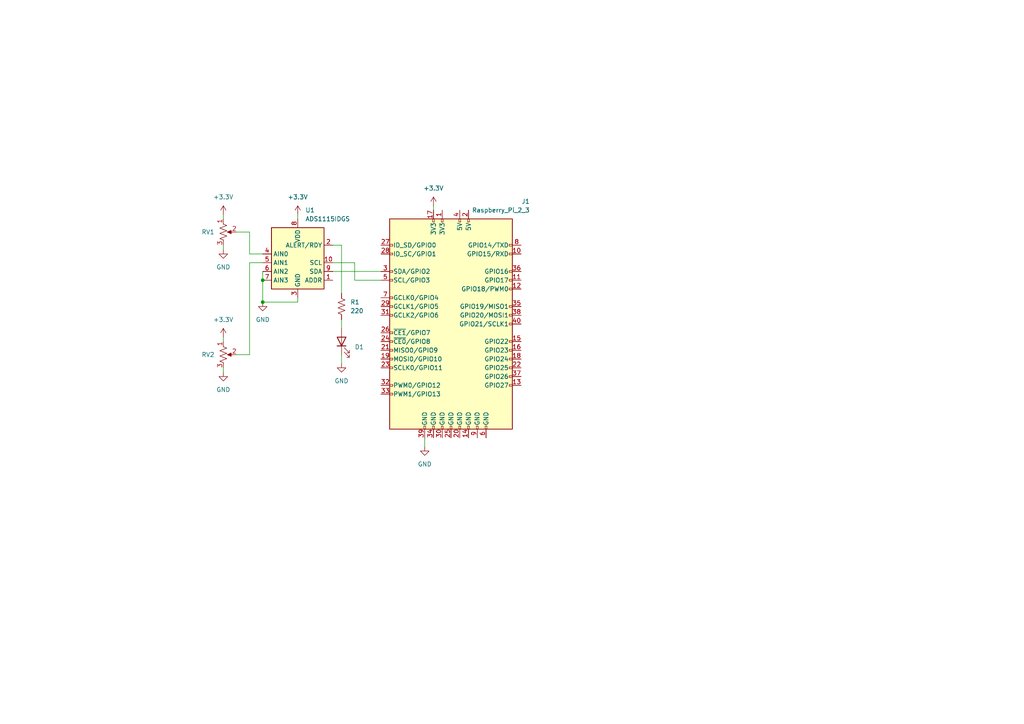
<source format=kicad_sch>
(kicad_sch (version 20230121) (generator eeschema)
  (paper "A4")
  (lib_symbols
    (symbol "Analog_ADC:ADS1115IDGS"
      (property "Reference" "U" (at 2.54 13.97 0))
      (property "Value" "ADS1115IDGS" (at 7.62 11.43 0))
      (symbol "ADS1115IDGS_0_1"
        (rectangle (start -7.62 10.16) (end 7.62 -7.62) (stroke (width 0.254)) (fill (type background)))
      )
      (symbol "ADS1115IDGS_1_1"
        (pin input line (at 10.16 -5.08 180) (length 2.54) (name "ADDR") (number "1"))
        (pin input line (at 10.16 0 180) (length 2.54) (name "SCL") (number "10"))
        (pin output line (at 10.16 5.08 180) (length 2.54) (name "ALERT/RDY") (number "2"))
        (pin power_in line (at 0 -10.16 90) (length 2.54) (name "GND") (number "3"))
        (pin input line (at -10.16 2.54 0) (length 2.54) (name "AIN0") (number "4"))
        (pin input line (at -10.16 0 0) (length 2.54) (name "AIN1") (number "5"))
        (pin input line (at -10.16 -2.54 0) (length 2.54) (name "AIN2") (number "6"))
        (pin input line (at -10.16 -5.08 0) (length 2.54) (name "AIN3") (number "7"))
        (pin power_in line (at 0 12.7 270) (length 2.54) (name "VDD") (number "8"))
        (pin bidirectional line (at 10.16 -2.54 180) (length 2.54) (name "SDA") (number "9"))
      )
    )
    (symbol "Connector:Raspberry_Pi_2_3" (pin_names (offset 1.016))
      (property "Reference" "J" (at -17.78 31.75 0))
      (property "Value" "Raspberry_Pi_2_3" (at 10.16 -31.75 0))
      (symbol "Raspberry_Pi_2_3_0_1"
        (rectangle (start -17.78 30.48) (end 17.78 -30.48) (stroke (width 0.254)) (fill (type background)))
      )
      (symbol "Raspberry_Pi_2_3_1_1"
        (rectangle (start -16.891 -17.526) (end -17.78 -18.034))
        (rectangle (start -16.891 -14.986) (end -17.78 -15.494))
        (rectangle (start -16.891 -12.446) (end -17.78 -12.954))
        (rectangle (start -16.891 -9.906) (end -17.78 -10.414))
        (rectangle (start -16.891 -7.366) (end -17.78 -7.874))
        (rectangle (start -16.891 -4.826) (end -17.78 -5.334))
        (rectangle (start -16.891 0.254) (end -17.78 -0.254))
        (rectangle (start -16.891 2.794) (end -17.78 2.286))
        (rectangle (start -16.891 5.334) (end -17.78 4.826))
        (rectangle (start -16.891 10.414) (end -17.78 9.906))
        (rectangle (start -16.891 12.954) (end -17.78 12.446))
        (rectangle (start -16.891 15.494) (end -17.78 14.986))
        (rectangle (start -16.891 20.574) (end -17.78 20.066))
        (rectangle (start -16.891 23.114) (end -17.78 22.606))
        (rectangle (start -10.414 -29.591) (end -9.906 -30.48))
        (rectangle (start -7.874 -29.591) (end -7.366 -30.48))
        (rectangle (start -5.334 -29.591) (end -4.826 -30.48))
        (rectangle (start -5.334 30.48) (end -4.826 29.591))
        (rectangle (start -2.794 -29.591) (end -2.286 -30.48))
        (rectangle (start -2.794 30.48) (end -2.286 29.591))
        (rectangle (start -0.254 -29.591) (end 0.254 -30.48))
        (rectangle (start 2.286 -29.591) (end 2.794 -30.48))
        (rectangle (start 2.286 30.48) (end 2.794 29.591))
        (rectangle (start 4.826 -29.591) (end 5.334 -30.48))
        (rectangle (start 4.826 30.48) (end 5.334 29.591))
        (rectangle (start 7.366 -29.591) (end 7.874 -30.48))
        (rectangle (start 17.78 -20.066) (end 16.891 -20.574))
        (rectangle (start 17.78 -17.526) (end 16.891 -18.034))
        (rectangle (start 17.78 -12.446) (end 16.891 -12.954))
        (rectangle (start 17.78 -9.906) (end 16.891 -10.414))
        (rectangle (start 17.78 -7.366) (end 16.891 -7.874))
        (rectangle (start 17.78 -4.826) (end 16.891 -5.334))
        (rectangle (start 17.78 -2.286) (end 16.891 -2.794))
        (rectangle (start 17.78 2.794) (end 16.891 2.286))
        (rectangle (start 17.78 5.334) (end 16.891 4.826))
        (rectangle (start 17.78 7.874) (end 16.891 7.366))
        (rectangle (start 17.78 12.954) (end 16.891 12.446))
        (rectangle (start 17.78 15.494) (end 16.891 14.986))
        (rectangle (start 17.78 20.574) (end 16.891 20.066))
        (rectangle (start 17.78 23.114) (end 16.891 22.606))
        (pin power_in line (at 2.54 33.02 270) (length 2.54) (name "3V3") (number "1"))
        (pin bidirectional line (at -20.32 20.32 0) (length 2.54) (name "GPIO15/RXD") (number "10"))
        (pin bidirectional line (at -20.32 12.7 0) (length 2.54) (name "GPIO17") (number "11"))
        (pin bidirectional line (at -20.32 10.16 0) (length 2.54) (name "GPIO18/PWM0") (number "12"))
        (pin bidirectional line (at -20.32 -17.78 0) (length 2.54) (name "GPIO27") (number "13"))
        (pin power_in line (at -5.08 -33.02 90) (length 2.54) (name "GND") (number "14"))
        (pin bidirectional line (at -20.32 -5.08 0) (length 2.54) (name "GPIO22") (number "15"))
        (pin bidirectional line (at -20.32 -7.62 0) (length 2.54) (name "GPIO23") (number "16"))
        (pin power_in line (at 5.08 33.02 270) (length 2.54) (name "3V3") (number "17"))
        (pin bidirectional line (at -20.32 -10.16 0) (length 2.54) (name "GPIO24") (number "18"))
        (pin bidirectional line (at 20.32 -10.16 180) (length 2.54) (name "MOSI0/GPIO10") (number "19"))
        (pin power_in line (at -5.08 33.02 270) (length 2.54) (name "5V") (number "2"))
        (pin power_in line (at -2.54 -33.02 90) (length 2.54) (name "GND") (number "20"))
        (pin bidirectional line (at 20.32 -7.62 180) (length 2.54) (name "MISO0/GPIO9") (number "21"))
        (pin bidirectional line (at -20.32 -12.7 0) (length 2.54) (name "GPIO25") (number "22"))
        (pin bidirectional line (at 20.32 -12.7 180) (length 2.54) (name "SCLK0/GPIO11") (number "23"))
        (pin bidirectional line (at 20.32 -5.08 180) (length 2.54) (name "~{CE0}/GPIO8") (number "24"))
        (pin power_in line (at 0 -33.02 90) (length 2.54) (name "GND") (number "25"))
        (pin bidirectional line (at 20.32 -2.54 180) (length 2.54) (name "~{CE1}/GPIO7") (number "26"))
        (pin bidirectional line (at 20.32 22.86 180) (length 2.54) (name "ID_SD/GPIO0") (number "27"))
        (pin bidirectional line (at 20.32 20.32 180) (length 2.54) (name "ID_SC/GPIO1") (number "28"))
        (pin bidirectional line (at 20.32 5.08 180) (length 2.54) (name "GCLK1/GPIO5") (number "29"))
        (pin bidirectional line (at 20.32 15.24 180) (length 2.54) (name "SDA/GPIO2") (number "3"))
        (pin power_in line (at 2.54 -33.02 90) (length 2.54) (name "GND") (number "30"))
        (pin bidirectional line (at 20.32 2.54 180) (length 2.54) (name "GCLK2/GPIO6") (number "31"))
        (pin bidirectional line (at 20.32 -17.78 180) (length 2.54) (name "PWM0/GPIO12") (number "32"))
        (pin bidirectional line (at 20.32 -20.32 180) (length 2.54) (name "PWM1/GPIO13") (number "33"))
        (pin power_in line (at 5.08 -33.02 90) (length 2.54) (name "GND") (number "34"))
        (pin bidirectional line (at -20.32 5.08 0) (length 2.54) (name "GPIO19/MISO1") (number "35"))
        (pin bidirectional line (at -20.32 15.24 0) (length 2.54) (name "GPIO16") (number "36"))
        (pin bidirectional line (at -20.32 -15.24 0) (length 2.54) (name "GPIO26") (number "37"))
        (pin bidirectional line (at -20.32 2.54 0) (length 2.54) (name "GPIO20/MOSI1") (number "38"))
        (pin power_in line (at 7.62 -33.02 90) (length 2.54) (name "GND") (number "39"))
        (pin power_in line (at -2.54 33.02 270) (length 2.54) (name "5V") (number "4"))
        (pin bidirectional line (at -20.32 0 0) (length 2.54) (name "GPIO21/SCLK1") (number "40"))
        (pin bidirectional line (at 20.32 12.7 180) (length 2.54) (name "SCL/GPIO3") (number "5"))
        (pin power_in line (at -10.16 -33.02 90) (length 2.54) (name "GND") (number "6"))
        (pin bidirectional line (at 20.32 7.62 180) (length 2.54) (name "GCLK0/GPIO4") (number "7"))
        (pin bidirectional line (at -20.32 22.86 0) (length 2.54) (name "GPIO14/TXD") (number "8"))
        (pin power_in line (at -7.62 -33.02 90) (length 2.54) (name "GND") (number "9"))
      )
    )
    (symbol "Device:LED" (pin_numbers hide) (pin_names (offset 1.016) hide)
      (property "Reference" "D" (at 0 2.54 0))
      (property "Value" "LED" (at 0 -2.54 0))
      (symbol "LED_0_1"
        (polyline (pts (xy -1.27 -1.27) (xy -1.27 1.27)) (stroke (width 0.254)))
        (polyline (pts (xy -1.27 0) (xy 1.27 0)))
        (polyline (pts (xy 1.27 -1.27) (xy 1.27 1.27) (xy -1.27 0) (xy 1.27 -1.27)) (stroke (width 0.254)))
        (polyline (pts (xy -3.048 -0.762) (xy -4.572 -2.286) (xy -3.81 -2.286) (xy -4.572 -2.286) (xy -4.572 -1.524)))
        (polyline (pts (xy -1.778 -0.762) (xy -3.302 -2.286) (xy -2.54 -2.286) (xy -3.302 -2.286) (xy -3.302 -1.524)))
      )
      (symbol "LED_1_1"
        (pin passive line (at -3.81 0 0) (length 2.54) (name "K") (number "1"))
        (pin passive line (at 3.81 0 180) (length 2.54) (name "A") (number "2"))
      )
    )
    (symbol "Device:R_Potentiometer_US" (pin_names (offset 1.016) hide)
      (property "Reference" "RV" (at -4.445 0 90))
      (property "Value" "R_Potentiometer_US" (at -2.54 0 90))
      (symbol "R_Potentiometer_US_0_1"
        (polyline (pts (xy 0 -2.286) (xy 0 -2.54)))
        (polyline (pts (xy 0 2.54) (xy 0 2.286)))
        (polyline (pts (xy 2.54 0) (xy 1.524 0)))
        (polyline (pts (xy 1.143 0) (xy 2.286 0.508) (xy 2.286 -0.508) (xy 1.143 0)) (fill (type outline)))
        (polyline (pts (xy 0 -0.762) (xy 1.016 -1.143) (xy 0 -1.524) (xy -1.016 -1.905) (xy 0 -2.286)))
        (polyline (pts (xy 0 0.762) (xy 1.016 0.381) (xy 0 0) (xy -1.016 -0.381) (xy 0 -0.762)))
        (polyline (pts (xy 0 2.286) (xy 1.016 1.905) (xy 0 1.524) (xy -1.016 1.143) (xy 0 0.762)))
      )
      (symbol "R_Potentiometer_US_1_1"
        (pin passive line (at 0 3.81 270) (length 1.27) (name "1") (number "1"))
        (pin passive line (at 3.81 0 180) (length 1.27) (name "2") (number "2"))
        (pin passive line (at 0 -3.81 90) (length 1.27) (name "3") (number "3"))
      )
    )
    (symbol "Device:R_US" (pin_numbers hide) (pin_names (offset 0))
      (property "Reference" "R" (at 2.54 0 90))
      (property "Value" "R_US" (at -2.54 0 90))
      (symbol "R_US_0_1"
        (polyline (pts (xy 0 -2.286) (xy 0 -2.54)))
        (polyline (pts (xy 0 2.286) (xy 0 2.54)))
        (polyline (pts (xy 0 -0.762) (xy 1.016 -1.143) (xy 0 -1.524) (xy -1.016 -1.905) (xy 0 -2.286)))
        (polyline (pts (xy 0 0.762) (xy 1.016 0.381) (xy 0 0) (xy -1.016 -0.381) (xy 0 -0.762)))
        (polyline (pts (xy 0 2.286) (xy 1.016 1.905) (xy 0 1.524) (xy -1.016 1.143) (xy 0 0.762)))
      )
      (symbol "R_US_1_1"
        (pin passive line (at 0 3.81 270) (length 1.27) (name "~") (number "1"))
        (pin passive line (at 0 -3.81 90) (length 1.27) (name "~") (number "2"))
      )
    )
    (symbol "power:+3.3V" (power) (pin_names (offset 0))
      (property "Value" "+3.3V" (at 0 3.556 0))
      (symbol "+3.3V_0_1"
        (polyline (pts (xy -0.762 1.27) (xy 0 2.54)))
        (polyline (pts (xy 0 0) (xy 0 2.54)))
        (polyline (pts (xy 0 2.54) (xy 0.762 1.27)))
      )
      (symbol "+3.3V_1_1"
        (pin power_in line (at 0 0 90) (length 0) hide (name "+3.3V") (number "1"))
      )
    )
    (symbol "power:GND" (power) (pin_names (offset 0))
      (property "Value" "GND" (at 0 -3.81 0))
      (symbol "GND_0_1"
        (polyline (pts (xy 0 0) (xy 0 -1.27) (xy 1.27 -1.27) (xy 0 -2.54) (xy -1.27 -1.27) (xy 0 -1.27)))
      )
      (symbol "GND_1_1"
        (pin power_in line (at 0 0 270) (length 0) hide (name "GND") (number "1"))
      )
    )
  )
  (junction (at 76.2 81.28))
  (junction (at 76.2 87.63))
  (wire (pts (xy 99.06 102.87) (xy 99.06 105.41)))
  (wire (pts (xy 64.77 71.12) (xy 64.77 72.39)))
  (wire (pts (xy 68.58 67.31) (xy 72.39 67.31)))
  (wire (pts (xy 86.36 62.23) (xy 86.36 63.5)))
  (wire (pts (xy 64.77 106.68) (xy 64.77 107.95)))
  (wire (pts (xy 72.39 76.2) (xy 76.2 76.2)))
  (wire (pts (xy 102.87 76.2) (xy 102.87 81.28)))
  (wire (pts (xy 102.87 81.28) (xy 110.49 81.28)))
  (wire (pts (xy 99.06 71.12) (xy 99.06 85.09)))
  (wire (pts (xy 68.58 102.87) (xy 72.39 102.87)))
  (wire (pts (xy 72.39 102.87) (xy 72.39 76.2)))
  (wire (pts (xy 96.52 76.2) (xy 102.87 76.2)))
  (wire (pts (xy 96.52 71.12) (xy 99.06 71.12)))
  (wire (pts (xy 123.19 127) (xy 123.19 129.54)))
  (wire (pts (xy 96.52 78.74) (xy 110.49 78.74)))
  (wire (pts (xy 76.2 78.74) (xy 76.2 81.28)))
  (wire (pts (xy 72.39 67.31) (xy 72.39 73.66)))
  (wire (pts (xy 64.77 62.23) (xy 64.77 63.5)))
  (wire (pts (xy 64.77 97.79) (xy 64.77 99.06)))
  (wire (pts (xy 72.39 73.66) (xy 76.2 73.66)))
  (wire (pts (xy 125.73 59.69) (xy 125.73 60.96)))
  (wire (pts (xy 86.36 87.63) (xy 76.2 87.63)))
  (wire (pts (xy 86.36 86.36) (xy 86.36 87.63)))
  (wire (pts (xy 99.06 92.71) (xy 99.06 95.25)))
  (wire (pts (xy 76.2 81.28) (xy 76.2 87.63)))
  (symbol (lib_id "Device:R_Potentiometer_US") (at 64.77 102.87 0) (unit 1)
    (property "Reference" "RV2" (at 62.23 102.87 0) (effects (justify right)))
    (property "Value" "R_Potentiometer_US" (effects hide))
  )
  (symbol (lib_id "Device:LED") (at 99.06 99.06 90) (unit 1)
    (property "Reference" "D1" (at 102.87 100.6475 90) (effects (justify right)))
    (property "Value" "LED" (effects hide))
  )
  (symbol (lib_id "power:+3.3V") (at 64.77 62.23 0) (unit 1)
    (property "Reference" "#PWR05" (effects hide))
    (property "Value" "+3.3V" (at 64.77 57.15 0))
  )
  (symbol (lib_id "power:GND") (at 64.77 72.39 0) (unit 1)
    (property "Reference" "#PWR07" (effects hide))
    (property "Value" "GND" (at 64.77 77.47 0))
  )
  (symbol (lib_id "Device:R_Potentiometer_US") (at 64.77 67.31 0) (unit 1)
    (property "Reference" "RV1" (at 62.23 67.31 0) (effects (justify right)))
    (property "Value" "R_Potentiometer_US" (effects hide))
  )
  (symbol (lib_id "power:GND") (at 123.19 129.54 0) (unit 1)
    (property "Reference" "#PWR03" (effects hide))
    (property "Value" "GND" (at 123.19 134.62 0))
  )
  (symbol (lib_id "Connector:Raspberry_Pi_2_3") (at 130.81 93.98 0) (mirror y) (unit 1)
    (property "Reference" "J1" (at 153.67 58.42 0) (effects (justify left)))
    (property "Value" "Raspberry_Pi_2_3" (at 153.67 60.96 0) (effects (justify left)))
    (property "Datasheet" "https://www.raspberrypi.org/documentation/hardware/raspberrypi/schematics/rpi_SCH_3bplus_1p0_reduced.pdf" (effects hide))
  )
  (symbol (lib_id "power:+3.3V") (at 86.36 62.23 0) (unit 1)
    (property "Reference" "#PWR08" (effects hide))
    (property "Value" "+3.3V" (at 86.36 57.15 0))
  )
  (symbol (lib_id "Analog_ADC:ADS1115IDGS") (at 86.36 76.2 0) (unit 1)
    (property "Reference" "U1" (at 88.5541 60.96 0) (effects (justify left)))
    (property "Value" "ADS1115IDGS" (at 88.5541 63.5 0) (effects (justify left)))
    (property "Footprint" "Package_SO:TSSOP-10_3x3mm_P0.5mm" (effects hide))
    (property "Datasheet" "http://www.ti.com/lit/ds/symlink/ads1113.pdf" (effects hide))
  )
  (symbol (lib_id "power:GND") (at 76.2 87.63 0) (unit 1)
    (property "Reference" "#PWR02" (effects hide))
    (property "Value" "GND" (at 76.2 92.71 0))
  )
  (symbol (lib_id "power:GND") (at 99.06 105.41 0) (unit 1)
    (property "Reference" "#PWR04" (effects hide))
    (property "Value" "GND" (at 99.06 110.49 0))
  )
  (symbol (lib_id "power:+3.3V") (at 64.77 97.79 0) (unit 1)
    (property "Reference" "#PWR06" (effects hide))
    (property "Value" "+3.3V" (at 64.77 92.71 0))
  )
  (symbol (lib_id "power:+3.3V") (at 125.73 59.69 0) (unit 1)
    (property "Reference" "#PWR09" (effects hide))
    (property "Value" "+3.3V" (at 125.73 54.61 0))
  )
  (symbol (lib_id "power:GND") (at 64.77 107.95 0) (unit 1)
    (property "Reference" "#PWR01" (effects hide))
    (property "Value" "GND" (at 64.77 113.03 0))
  )
  (symbol (lib_id "Device:R_US") (at 99.06 88.9 0) (unit 1)
    (property "Reference" "R1" (at 101.6 87.63 0) (effects (justify left)))
    (property "Value" "220" (at 101.6 90.17 0) (effects (justify left)))
  )
)
</source>
